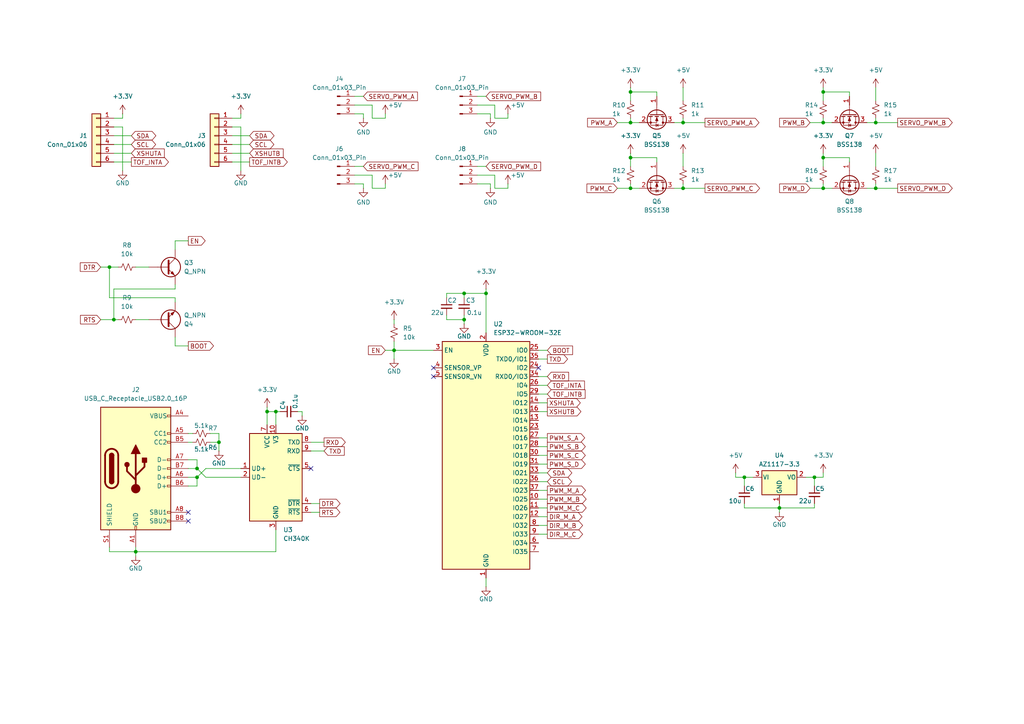
<source format=kicad_sch>
(kicad_sch (version 20250114) (generator "eeschema") (generator_version "9.0")
  (paper "A4")
  (lib_symbols
    (symbol "Connector:Conn_01x03_Pin" (pin_names (offset 1.016) (hide yes))
      (property "Reference" "J" (at 0 5.08 0))
      (property "Value" "Conn_01x03_Pin" (at 0 -5.08 0))
      (symbol "Conn_01x03_Pin_1_1"
        (rectangle (start 0.8636 2.667) (end 0 2.413) (stroke (width 0.1524)) (fill (type outline)))
        (rectangle (start 0.8636 0.127) (end 0 -0.127) (stroke (width 0.1524)) (fill (type outline)))
        (rectangle (start 0.8636 -2.413) (end 0 -2.667) (stroke (width 0.1524)) (fill (type outline)))
        (polyline (pts (xy 1.27 2.54) (xy 0.8636 2.54)) (stroke (width 0.1524)))
        (polyline (pts (xy 1.27 0) (xy 0.8636 0)) (stroke (width 0.1524)))
        (polyline (pts (xy 1.27 -2.54) (xy 0.8636 -2.54)) (stroke (width 0.1524)))
        (pin passive line (at 5.08 2.54 180) (length 3.81) (name "Pin_1") (number "1"))
        (pin passive line (at 5.08 0 180) (length 3.81) (name "Pin_2") (number "2"))
        (pin passive line (at 5.08 -2.54 180) (length 3.81) (name "Pin_3") (number "3"))
      )
    )
    (symbol "Connector:USB_C_Receptacle_USB2.0_16P" (pin_names (offset 1.016))
      (property "Reference" "J" (at 0 22.225 0))
      (property "Value" "USB_C_Receptacle_USB2.0_16P" (at 0 19.685 0))
      (symbol "USB_C_Receptacle_USB2.0_16P_0_0"
        (rectangle (start -0.254 -17.78) (end 0.254 -16.764))
        (rectangle (start 10.16 15.494) (end 9.144 14.986))
        (rectangle (start 10.16 10.414) (end 9.144 9.906))
        (rectangle (start 10.16 7.874) (end 9.144 7.366))
        (rectangle (start 10.16 2.794) (end 9.144 2.286))
        (rectangle (start 10.16 0.254) (end 9.144 -0.254))
        (rectangle (start 10.16 -2.286) (end 9.144 -2.794))
        (rectangle (start 10.16 -4.826) (end 9.144 -5.334))
        (rectangle (start 10.16 -12.446) (end 9.144 -12.954))
        (rectangle (start 10.16 -14.986) (end 9.144 -15.494))
      )
      (symbol "USB_C_Receptacle_USB2.0_16P_0_1"
        (rectangle (start -10.16 17.78) (end 10.16 -17.78) (stroke (width 0.254)) (fill (type background)))
        (polyline (pts (xy -8.89 -3.81) (xy -8.89 3.81)) (stroke (width 0.508)))
        (rectangle (start -7.62 -3.81) (end -6.35 3.81) (stroke (width 0.254)) (fill (type outline)))
        (arc (start -7.62 3.81) (mid -6.985 4.4423) (end -6.35 3.81) (stroke (width 0.254)))
        (arc (start -7.62 3.81) (mid -6.985 4.4423) (end -6.35 3.81) (stroke (width 0.254)) (fill (type outline)))
        (arc (start -8.89 3.81) (mid -6.985 5.7067) (end -5.08 3.81) (stroke (width 0.508)))
        (arc (start -5.08 -3.81) (mid -6.985 -5.7067) (end -8.89 -3.81) (stroke (width 0.508)))
        (arc (start -6.35 -3.81) (mid -6.985 -4.4423) (end -7.62 -3.81) (stroke (width 0.254)))
        (arc (start -6.35 -3.81) (mid -6.985 -4.4423) (end -7.62 -3.81) (stroke (width 0.254)) (fill (type outline)))
        (polyline (pts (xy -5.08 3.81) (xy -5.08 -3.81)) (stroke (width 0.508)))
        (circle (center -2.54 1.143) (radius 0.635) (stroke (width 0.254)) (fill (type outline)))
        (polyline (pts (xy -1.27 4.318) (xy 0 6.858) (xy 1.27 4.318) (xy -1.27 4.318)) (stroke (width 0.254)) (fill (type outline)))
        (polyline (pts (xy 0 -2.032) (xy 2.54 0.508) (xy 2.54 1.778)) (stroke (width 0.508)))
        (polyline (pts (xy 0 -3.302) (xy -2.54 -0.762) (xy -2.54 0.508)) (stroke (width 0.508)))
        (polyline (pts (xy 0 -5.842) (xy 0 4.318)) (stroke (width 0.508)))
        (circle (center 0 -5.842) (radius 1.27) (fill (type outline)))
        (rectangle (start 1.905 1.778) (end 3.175 3.048) (stroke (width 0.254)) (fill (type outline)))
      )
      (symbol "USB_C_Receptacle_USB2.0_16P_1_1"
        (pin passive line (at -7.62 -22.86 90) (length 5.08) (name "SHIELD") (number "S1"))
        (pin passive line (at 0 -22.86 90) (length 5.08) (name "GND") (number "A1"))
        (pin passive line (at 0 -22.86 90) (length 5.08) (hide yes) (name "GND") (number "A12"))
        (pin passive line (at 0 -22.86 90) (length 5.08) (hide yes) (name "GND") (number "B1"))
        (pin passive line (at 0 -22.86 90) (length 5.08) (hide yes) (name "GND") (number "B12"))
        (pin passive line (at 15.24 15.24 180) (length 5.08) (name "VBUS") (number "A4"))
        (pin passive line (at 15.24 15.24 180) (length 5.08) (hide yes) (name "VBUS") (number "A9"))
        (pin passive line (at 15.24 15.24 180) (length 5.08) (hide yes) (name "VBUS") (number "B4"))
        (pin passive line (at 15.24 15.24 180) (length 5.08) (hide yes) (name "VBUS") (number "B9"))
        (pin bidirectional line (at 15.24 10.16 180) (length 5.08) (name "CC1") (number "A5"))
        (pin bidirectional line (at 15.24 7.62 180) (length 5.08) (name "CC2") (number "B5"))
        (pin bidirectional line (at 15.24 2.54 180) (length 5.08) (name "D-") (number "A7"))
        (pin bidirectional line (at 15.24 0 180) (length 5.08) (name "D-") (number "B7"))
        (pin bidirectional line (at 15.24 -2.54 180) (length 5.08) (name "D+") (number "A6"))
        (pin bidirectional line (at 15.24 -5.08 180) (length 5.08) (name "D+") (number "B6"))
        (pin bidirectional line (at 15.24 -12.7 180) (length 5.08) (name "SBU1") (number "A8"))
        (pin bidirectional line (at 15.24 -15.24 180) (length 5.08) (name "SBU2") (number "B8"))
      )
    )
    (symbol "Connector_Generic:Conn_01x06" (pin_names (offset 1.016) (hide yes))
      (property "Reference" "J" (at 0 7.62 0))
      (property "Value" "Conn_01x06" (at 0 -10.16 0))
      (symbol "Conn_01x06_1_1"
        (rectangle (start -1.27 6.35) (end 1.27 -8.89) (stroke (width 0.254)) (fill (type background)))
        (rectangle (start -1.27 5.207) (end 0 4.953) (stroke (width 0.1524)))
        (rectangle (start -1.27 2.667) (end 0 2.413) (stroke (width 0.1524)))
        (rectangle (start -1.27 0.127) (end 0 -0.127) (stroke (width 0.1524)))
        (rectangle (start -1.27 -2.413) (end 0 -2.667) (stroke (width 0.1524)))
        (rectangle (start -1.27 -4.953) (end 0 -5.207) (stroke (width 0.1524)))
        (rectangle (start -1.27 -7.493) (end 0 -7.747) (stroke (width 0.1524)))
        (pin passive line (at -5.08 5.08 0) (length 3.81) (name "Pin_1") (number "1"))
        (pin passive line (at -5.08 2.54 0) (length 3.81) (name "Pin_2") (number "2"))
        (pin passive line (at -5.08 0 0) (length 3.81) (name "Pin_3") (number "3"))
        (pin passive line (at -5.08 -2.54 0) (length 3.81) (name "Pin_4") (number "4"))
        (pin passive line (at -5.08 -5.08 0) (length 3.81) (name "Pin_5") (number "5"))
        (pin passive line (at -5.08 -7.62 0) (length 3.81) (name "Pin_6") (number "6"))
      )
    )
    (symbol "Device:C_Small" (pin_numbers (hide yes)) (pin_names (offset 0.254) (hide yes))
      (property "Reference" "C" (at 0.254 1.778 0))
      (property "Value" "C_Small" (at 0.254 -2.032 0))
      (symbol "C_Small_0_1"
        (polyline (pts (xy -1.524 0.508) (xy 1.524 0.508)) (stroke (width 0.3048)))
        (polyline (pts (xy -1.524 -0.508) (xy 1.524 -0.508)) (stroke (width 0.3302)))
      )
      (symbol "C_Small_1_1"
        (pin passive line (at 0 2.54 270) (length 2.032) (name "~") (number "1"))
        (pin passive line (at 0 -2.54 90) (length 2.032) (name "~") (number "2"))
      )
    )
    (symbol "Device:Q_NPN" (pin_numbers (hide yes)) (pin_names (offset 0) (hide yes))
      (property "Reference" "Q" (at 5.08 1.27 0))
      (property "Value" "Q_NPN" (at 5.08 -1.27 0))
      (symbol "Q_NPN_0_1"
        (polyline (pts (xy -2.54 0) (xy 0.635 0)))
        (polyline (pts (xy 0.635 1.905) (xy 0.635 -1.905)) (stroke (width 0.508)))
        (polyline (pts (xy 0.635 0.635) (xy 2.54 2.54)))
        (polyline (pts (xy 0.635 -0.635) (xy 2.54 -2.54)))
        (circle (center 1.27 0) (radius 2.8194) (stroke (width 0.254)))
        (polyline (pts (xy 1.27 -1.778) (xy 1.778 -1.27) (xy 2.286 -2.286) (xy 1.27 -1.778)) (fill (type outline)))
      )
      (symbol "Q_NPN_1_1"
        (pin input line (at -5.08 0 0) (length 2.54) (name "B") (number "B"))
        (pin passive line (at 2.54 5.08 270) (length 2.54) (name "C") (number "C"))
        (pin passive line (at 2.54 -5.08 90) (length 2.54) (name "E") (number "E"))
      )
    )
    (symbol "Device:R_Small_US" (pin_numbers (hide yes)) (pin_names (offset 0.254) (hide yes))
      (property "Reference" "R" (at 0.762 0.508 0))
      (property "Value" "R_Small_US" (at 0.762 -1.016 0))
      (symbol "R_Small_US_1_1"
        (polyline (pts (xy 0 1.524) (xy 1.016 1.143) (xy 0 0.762) (xy -1.016 0.381) (xy 0 0)))
        (polyline (pts (xy 0 0) (xy 1.016 -0.381) (xy 0 -0.762) (xy -1.016 -1.143) (xy 0 -1.524)))
        (pin passive line (at 0 2.54 270) (length 1.016) (name "~") (number "1"))
        (pin passive line (at 0 -2.54 90) (length 1.016) (name "~") (number "2"))
      )
    )
    (symbol "Interface_USB:CH340K"
      (property "Reference" "U" (at -6.858 13.97 0))
      (property "Value" "CH340K" (at 1.27 13.97 0))
      (symbol "CH340K_0_1"
        (rectangle (start -7.62 12.7) (end 7.62 -12.7) (stroke (width 0.254)) (fill (type background)))
      )
      (symbol "CH340K_1_0"
        (pin passive line (at 0 -15.24 90) (length 2.54) (hide yes) (name "GND") (number "11"))
      )
      (symbol "CH340K_1_1"
        (pin bidirectional line (at -10.16 2.54 0) (length 2.54) (name "UD+") (number "1"))
        (pin bidirectional line (at -10.16 0 0) (length 2.54) (name "UD-") (number "2"))
        (pin power_in line (at -2.54 15.24 270) (length 2.54) (name "VCC") (number "7"))
        (pin passive line (at 0 15.24 270) (length 2.54) (name "V3") (number "10"))
        (pin power_in line (at 0 -15.24 90) (length 2.54) (name "GND") (number "3"))
        (pin output line (at 10.16 10.16 180) (length 2.54) (name "TXD") (number "8"))
        (pin input line (at 10.16 7.62 180) (length 2.54) (name "RXD") (number "9"))
        (pin input line (at 10.16 2.54 180) (length 2.54) (name "~{CTS}") (number "5"))
        (pin output line (at 10.16 -7.62 180) (length 2.54) (name "~{DTR}") (number "4"))
        (pin output line (at 10.16 -10.16 180) (length 2.54) (name "~{RTS}") (number "6"))
      )
    )
    (symbol "RF_Module:ESP32-WROOM-32E"
      (property "Reference" "U" (at -12.7 34.29 0))
      (property "Value" "ESP32-WROOM-32E" (at 1.27 34.29 0))
      (symbol "ESP32-WROOM-32E_0_1"
        (rectangle (start -12.7 33.02) (end 12.7 -33.02) (stroke (width 0.254)) (fill (type background)))
      )
      (symbol "ESP32-WROOM-32E_1_1"
        (pin input line (at -15.24 30.48 0) (length 2.54) (name "EN") (number "3"))
        (pin input line (at -15.24 25.4 0) (length 2.54) (name "SENSOR_VP") (number "4"))
        (pin input line (at -15.24 22.86 0) (length 2.54) (name "SENSOR_VN") (number "5"))
        (pin no_connect line (at -12.7 0 0) (length 2.54) (hide yes) (name "NC") (number "21"))
        (pin no_connect line (at -12.7 -2.54 0) (length 2.54) (hide yes) (name "NC") (number "22"))
        (pin no_connect line (at -12.7 -5.08 0) (length 2.54) (hide yes) (name "NC") (number "17"))
        (pin no_connect line (at -12.7 -7.62 0) (length 2.54) (hide yes) (name "NC") (number "18"))
        (pin no_connect line (at -12.7 -10.16 0) (length 2.54) (hide yes) (name "NC") (number "20"))
        (pin no_connect line (at -12.7 -12.7 0) (length 2.54) (hide yes) (name "NC") (number "19"))
        (pin no_connect line (at -12.7 -27.94 0) (length 2.54) (hide yes) (name "NC") (number "32"))
        (pin power_in line (at 0 35.56 270) (length 2.54) (name "VDD") (number "2"))
        (pin power_in line (at 0 -35.56 90) (length 2.54) (name "GND") (number "1"))
        (pin passive line (at 0 -35.56 90) (length 2.54) (hide yes) (name "GND") (number "15"))
        (pin passive line (at 0 -35.56 90) (length 2.54) (hide yes) (name "GND") (number "38"))
        (pin passive line (at 0 -35.56 90) (length 2.54) (hide yes) (name "GND") (number "39"))
        (pin bidirectional line (at 15.24 30.48 180) (length 2.54) (name "IO0") (number "25"))
        (pin bidirectional line (at 15.24 27.94 180) (length 2.54) (name "TXD0/IO1") (number "35"))
        (pin bidirectional line (at 15.24 25.4 180) (length 2.54) (name "IO2") (number "24"))
        (pin bidirectional line (at 15.24 22.86 180) (length 2.54) (name "RXD0/IO3") (number "34"))
        (pin bidirectional line (at 15.24 20.32 180) (length 2.54) (name "IO4") (number "26"))
        (pin bidirectional line (at 15.24 17.78 180) (length 2.54) (name "IO5") (number "29"))
        (pin bidirectional line (at 15.24 15.24 180) (length 2.54) (name "IO12") (number "14"))
        (pin bidirectional line (at 15.24 12.7 180) (length 2.54) (name "IO13") (number "16"))
        (pin bidirectional line (at 15.24 10.16 180) (length 2.54) (name "IO14") (number "13"))
        (pin bidirectional line (at 15.24 7.62 180) (length 2.54) (name "IO15") (number "23"))
        (pin bidirectional line (at 15.24 5.08 180) (length 2.54) (name "IO16") (number "27"))
        (pin bidirectional line (at 15.24 2.54 180) (length 2.54) (name "IO17") (number "28"))
        (pin bidirectional line (at 15.24 0 180) (length 2.54) (name "IO18") (number "30"))
        (pin bidirectional line (at 15.24 -2.54 180) (length 2.54) (name "IO19") (number "31"))
        (pin bidirectional line (at 15.24 -5.08 180) (length 2.54) (name "IO21") (number "33"))
        (pin bidirectional line (at 15.24 -7.62 180) (length 2.54) (name "IO22") (number "36"))
        (pin bidirectional line (at 15.24 -10.16 180) (length 2.54) (name "IO23") (number "37"))
        (pin bidirectional line (at 15.24 -12.7 180) (length 2.54) (name "IO25") (number "10"))
        (pin bidirectional line (at 15.24 -15.24 180) (length 2.54) (name "IO26") (number "11"))
        (pin bidirectional line (at 15.24 -17.78 180) (length 2.54) (name "IO27") (number "12"))
        (pin bidirectional line (at 15.24 -20.32 180) (length 2.54) (name "IO32") (number "8"))
        (pin bidirectional line (at 15.24 -22.86 180) (length 2.54) (name "IO33") (number "9"))
        (pin input line (at 15.24 -25.4 180) (length 2.54) (name "IO34") (number "6"))
        (pin input line (at 15.24 -27.94 180) (length 2.54) (name "IO35") (number "7"))
      )
    )
    (symbol "Regulator_Linear:AZ1117-3.3" (pin_names (offset 0.254))
      (property "Reference" "U" (at -3.81 3.175 0))
      (property "Value" "AZ1117-3.3" (at 0 3.175 0))
      (symbol "AZ1117-3.3_0_1"
        (rectangle (start -5.08 1.905) (end 5.08 -5.08) (stroke (width 0.254)) (fill (type background)))
      )
      (symbol "AZ1117-3.3_1_1"
        (pin power_in line (at -7.62 0 0) (length 2.54) (name "VI") (number "3"))
        (pin power_in line (at 0 -7.62 90) (length 2.54) (name "GND") (number "1"))
        (pin power_out line (at 7.62 0 180) (length 2.54) (name "VO") (number "2"))
      )
    )
    (symbol "Transistor_FET:BSS138" (pin_names (offset 0) (hide yes))
      (property "Reference" "Q" (at 5.08 1.905 0))
      (property "Value" "BSS138" (at 5.08 0 0))
      (symbol "BSS138_0_1"
        (polyline (pts (xy 0.254 1.905) (xy 0.254 -1.905)) (stroke (width 0.254)))
        (polyline (pts (xy 0.254 0) (xy -2.54 0)))
        (polyline (pts (xy 0.762 2.286) (xy 0.762 1.27)) (stroke (width 0.254)))
        (polyline (pts (xy 0.762 0.508) (xy 0.762 -0.508)) (stroke (width 0.254)))
        (polyline (pts (xy 0.762 -1.27) (xy 0.762 -2.286)) (stroke (width 0.254)))
        (polyline (pts (xy 0.762 -1.778) (xy 3.302 -1.778) (xy 3.302 1.778) (xy 0.762 1.778)))
        (polyline (pts (xy 1.016 0) (xy 2.032 0.381) (xy 2.032 -0.381) (xy 1.016 0)) (fill (type outline)))
        (circle (center 1.651 0) (radius 2.794) (stroke (width 0.254)))
        (polyline (pts (xy 2.54 2.54) (xy 2.54 1.778)))
        (circle (center 2.54 1.778) (radius 0.254) (fill (type outline)))
        (circle (center 2.54 -1.778) (radius 0.254) (fill (type outline)))
        (polyline (pts (xy 2.54 -2.54) (xy 2.54 0) (xy 0.762 0)))
        (polyline (pts (xy 2.921 0.381) (xy 3.683 0.381)))
        (polyline (pts (xy 3.302 0.381) (xy 2.921 -0.254) (xy 3.683 -0.254) (xy 3.302 0.381)))
      )
      (symbol "BSS138_1_1"
        (pin input line (at -5.08 0 0) (length 2.54) (name "G") (number "1"))
        (pin passive line (at 2.54 5.08 270) (length 2.54) (name "D") (number "3"))
        (pin passive line (at 2.54 -5.08 90) (length 2.54) (name "S") (number "2"))
      )
    )
    (symbol "power:+3.3V" (power) (pin_numbers (hide yes)) (pin_names (offset 0) (hide yes))
      (property "Value" "+3.3V" (at 0 3.556 0))
      (symbol "+3.3V_0_1"
        (polyline (pts (xy -0.762 1.27) (xy 0 2.54)))
        (polyline (pts (xy 0 2.54) (xy 0.762 1.27)))
        (polyline (pts (xy 0 0) (xy 0 2.54)))
      )
      (symbol "+3.3V_1_1"
        (pin power_in line (at 0 0 90) (length 0) (name "~") (number "1"))
      )
    )
    (symbol "power:+5V" (power) (pin_numbers (hide yes)) (pin_names (offset 0) (hide yes))
      (property "Value" "+5V" (at 0 3.556 0))
      (symbol "+5V_0_1"
        (polyline (pts (xy -0.762 1.27) (xy 0 2.54)))
        (polyline (pts (xy 0 2.54) (xy 0.762 1.27)))
        (polyline (pts (xy 0 0) (xy 0 2.54)))
      )
      (symbol "+5V_1_1"
        (pin power_in line (at 0 0 90) (length 0) (name "~") (number "1"))
      )
    )
    (symbol "power:GND" (power) (pin_numbers (hide yes)) (pin_names (offset 0) (hide yes))
      (property "Value" "GND" (at 0 -3.81 0))
      (symbol "GND_0_1"
        (polyline (pts (xy 0 0) (xy 0 -1.27) (xy 1.27 -1.27) (xy 0 -2.54) (xy -1.27 -1.27) (xy 0 -1.27)))
      )
      (symbol "GND_1_1"
        (pin power_in line (at 0 0 270) (length 0) (name "~") (number "1"))
      )
    )
  )
  (junction (at 238.76 54.61))
  (junction (at 63.5 128.27))
  (junction (at 215.9 138.43))
  (junction (at 33.02 92.71))
  (junction (at 57.15 138.43))
  (junction (at 182.88 26.67))
  (junction (at 182.88 54.61))
  (junction (at 77.47 119.38))
  (junction (at 134.62 85.09))
  (junction (at 198.12 35.56))
  (junction (at 182.88 35.56))
  (junction (at 31.75 77.47))
  (junction (at 134.62 92.71))
  (junction (at 236.22 138.43))
  (junction (at 238.76 45.72))
  (junction (at 198.12 54.61))
  (junction (at 39.37 160.02))
  (junction (at 238.76 26.67))
  (junction (at 226.06 147.32))
  (junction (at 182.88 45.72))
  (junction (at 254 35.56))
  (junction (at 57.15 135.89))
  (junction (at 114.3 101.6))
  (junction (at 80.01 119.38))
  (junction (at 238.76 35.56))
  (junction (at 254 54.61))
  (junction (at 140.97 85.09))
  (no_connect (at 54.61 148.59))
  (no_connect (at 54.61 151.13))
  (no_connect (at 125.73 109.22))
  (no_connect (at 125.73 106.68))
  (no_connect (at 156.21 106.68))
  (no_connect (at 90.17 135.89))
  (wire (pts (xy 39.37 160.02) (xy 39.37 161.29)))
  (wire (pts (xy 67.31 41.91) (xy 72.39 41.91)))
  (wire (pts (xy 33.02 39.37) (xy 38.1 39.37)))
  (wire (pts (xy 107.95 30.48) (xy 102.87 30.48)))
  (wire (pts (xy 254 25.4) (xy 254 29.21)))
  (wire (pts (xy 156.21 127) (xy 158.75 127)))
  (wire (pts (xy 67.31 46.99) (xy 72.39 46.99)))
  (wire (pts (xy 129.54 85.09) (xy 134.62 85.09)))
  (wire (pts (xy 147.32 54.61) (xy 147.32 53.34)))
  (wire (pts (xy 105.41 27.94) (xy 102.87 27.94)))
  (wire (pts (xy 39.37 92.71) (xy 43.18 92.71)))
  (wire (pts (xy 179.07 35.56) (xy 182.88 35.56)))
  (wire (pts (xy 102.87 48.26) (xy 105.41 48.26)))
  (wire (pts (xy 254 54.61) (xy 254 53.34)))
  (wire (pts (xy 198.12 35.56) (xy 204.47 35.56)))
  (wire (pts (xy 182.88 44.45) (xy 182.88 45.72)))
  (wire (pts (xy 236.22 146.05) (xy 236.22 147.32)))
  (wire (pts (xy 213.36 138.43) (xy 215.9 138.43)))
  (wire (pts (xy 54.61 138.43) (xy 57.15 138.43)))
  (wire (pts (xy 138.43 27.94) (xy 140.97 27.94)))
  (wire (pts (xy 60.96 125.73) (xy 63.5 125.73)))
  (wire (pts (xy 57.15 138.43) (xy 57.15 140.97)))
  (wire (pts (xy 156.21 142.24) (xy 158.75 142.24)))
  (wire (pts (xy 57.15 138.43) (xy 59.69 135.89)))
  (wire (pts (xy 129.54 92.71) (xy 129.54 91.44)))
  (wire (pts (xy 33.02 34.29) (xy 35.56 34.29)))
  (wire (pts (xy 198.12 35.56) (xy 195.58 35.56)))
  (wire (pts (xy 215.9 140.97) (xy 215.9 138.43)))
  (wire (pts (xy 107.95 34.29) (xy 107.95 30.48)))
  (wire (pts (xy 190.5 46.99) (xy 190.5 45.72)))
  (wire (pts (xy 179.07 54.61) (xy 182.88 54.61)))
  (wire (pts (xy 33.02 83.82) (xy 50.8 83.82)))
  (wire (pts (xy 90.17 146.05) (xy 92.71 146.05)))
  (wire (pts (xy 238.76 45.72) (xy 238.76 48.26)))
  (wire (pts (xy 67.31 36.83) (xy 69.85 36.83)))
  (wire (pts (xy 254 54.61) (xy 260.35 54.61)))
  (wire (pts (xy 50.8 87.63) (xy 50.8 86.36)))
  (wire (pts (xy 102.87 53.34) (xy 105.41 53.34)))
  (wire (pts (xy 182.88 34.29) (xy 182.88 35.56)))
  (wire (pts (xy 156.21 132.08) (xy 158.75 132.08)))
  (wire (pts (xy 246.38 45.72) (xy 238.76 45.72)))
  (wire (pts (xy 238.76 53.34) (xy 238.76 54.61)))
  (wire (pts (xy 156.21 152.4) (xy 158.75 152.4)))
  (wire (pts (xy 138.43 30.48) (xy 143.51 30.48)))
  (wire (pts (xy 80.01 160.02) (xy 80.01 153.67)))
  (wire (pts (xy 33.02 36.83) (xy 35.56 36.83)))
  (wire (pts (xy 50.8 83.82) (xy 50.8 82.55)))
  (wire (pts (xy 254 35.56) (xy 254 34.29)))
  (wire (pts (xy 33.02 44.45) (xy 38.1 44.45)))
  (wire (pts (xy 246.38 46.99) (xy 246.38 45.72)))
  (wire (pts (xy 198.12 35.56) (xy 198.12 34.29)))
  (wire (pts (xy 236.22 140.97) (xy 236.22 138.43)))
  (wire (pts (xy 39.37 77.47) (xy 43.18 77.47)))
  (wire (pts (xy 59.69 138.43) (xy 57.15 135.89)))
  (wire (pts (xy 226.06 146.05) (xy 226.06 147.32)))
  (wire (pts (xy 102.87 50.8) (xy 107.95 50.8)))
  (wire (pts (xy 63.5 125.73) (xy 63.5 128.27)))
  (wire (pts (xy 138.43 53.34) (xy 142.24 53.34)))
  (wire (pts (xy 50.8 97.79) (xy 50.8 100.33)))
  (wire (pts (xy 90.17 128.27) (xy 93.98 128.27)))
  (wire (pts (xy 31.75 160.02) (xy 39.37 160.02)))
  (wire (pts (xy 69.85 36.83) (xy 69.85 49.53)))
  (wire (pts (xy 182.88 35.56) (xy 185.42 35.56)))
  (wire (pts (xy 111.76 34.29) (xy 111.76 33.02)))
  (wire (pts (xy 50.8 86.36) (xy 31.75 86.36)))
  (wire (pts (xy 54.61 125.73) (xy 55.88 125.73)))
  (wire (pts (xy 156.21 137.16) (xy 158.75 137.16)))
  (wire (pts (xy 111.76 54.61) (xy 111.76 53.34)))
  (wire (pts (xy 198.12 25.4) (xy 198.12 29.21)))
  (wire (pts (xy 34.29 92.71) (xy 33.02 92.71)))
  (wire (pts (xy 190.5 26.67) (xy 182.88 26.67)))
  (wire (pts (xy 215.9 146.05) (xy 215.9 147.32)))
  (wire (pts (xy 142.24 53.34) (xy 142.24 54.61)))
  (wire (pts (xy 134.62 92.71) (xy 134.62 91.44)))
  (wire (pts (xy 31.75 86.36) (xy 31.75 77.47)))
  (wire (pts (xy 156.21 139.7) (xy 158.75 139.7)))
  (wire (pts (xy 254 54.61) (xy 251.46 54.61)))
  (wire (pts (xy 86.36 119.38) (xy 87.63 119.38)))
  (wire (pts (xy 33.02 92.71) (xy 33.02 83.82)))
  (wire (pts (xy 77.47 119.38) (xy 77.47 123.19)))
  (wire (pts (xy 215.9 147.32) (xy 226.06 147.32)))
  (wire (pts (xy 138.43 50.8) (xy 143.51 50.8)))
  (wire (pts (xy 129.54 92.71) (xy 134.62 92.71)))
  (wire (pts (xy 107.95 54.61) (xy 111.76 54.61)))
  (wire (pts (xy 198.12 54.61) (xy 198.12 53.34)))
  (wire (pts (xy 107.95 34.29) (xy 111.76 34.29)))
  (wire (pts (xy 143.51 54.61) (xy 147.32 54.61)))
  (wire (pts (xy 67.31 44.45) (xy 72.39 44.45)))
  (wire (pts (xy 156.21 144.78) (xy 158.75 144.78)))
  (wire (pts (xy 114.3 93.98) (xy 114.3 92.71)))
  (wire (pts (xy 77.47 119.38) (xy 80.01 119.38)))
  (wire (pts (xy 39.37 160.02) (xy 80.01 160.02)))
  (wire (pts (xy 138.43 33.02) (xy 142.24 33.02)))
  (wire (pts (xy 238.76 44.45) (xy 238.76 45.72)))
  (wire (pts (xy 134.62 92.71) (xy 134.62 93.98)))
  (wire (pts (xy 50.8 72.39) (xy 50.8 69.85)))
  (wire (pts (xy 234.95 35.56) (xy 238.76 35.56)))
  (wire (pts (xy 238.76 138.43) (xy 238.76 137.16)))
  (wire (pts (xy 138.43 48.26) (xy 140.97 48.26)))
  (wire (pts (xy 29.21 92.71) (xy 33.02 92.71)))
  (wire (pts (xy 254 44.45) (xy 254 48.26)))
  (wire (pts (xy 54.61 128.27) (xy 55.88 128.27)))
  (wire (pts (xy 198.12 54.61) (xy 195.58 54.61)))
  (wire (pts (xy 156.21 104.14) (xy 158.75 104.14)))
  (wire (pts (xy 143.51 34.29) (xy 147.32 34.29)))
  (wire (pts (xy 156.21 119.38) (xy 158.75 119.38)))
  (wire (pts (xy 57.15 140.97) (xy 54.61 140.97)))
  (wire (pts (xy 143.51 50.8) (xy 143.51 54.61)))
  (wire (pts (xy 33.02 46.99) (xy 38.1 46.99)))
  (wire (pts (xy 134.62 85.09) (xy 134.62 86.36)))
  (wire (pts (xy 105.41 33.02) (xy 105.41 34.29)))
  (wire (pts (xy 80.01 119.38) (xy 81.28 119.38)))
  (wire (pts (xy 246.38 27.94) (xy 246.38 26.67)))
  (wire (pts (xy 140.97 83.82) (xy 140.97 85.09)))
  (wire (pts (xy 238.76 26.67) (xy 238.76 29.21)))
  (wire (pts (xy 198.12 54.61) (xy 204.47 54.61)))
  (wire (pts (xy 134.62 85.09) (xy 140.97 85.09)))
  (wire (pts (xy 254 35.56) (xy 260.35 35.56)))
  (wire (pts (xy 77.47 118.11) (xy 77.47 119.38)))
  (wire (pts (xy 182.88 54.61) (xy 185.42 54.61)))
  (wire (pts (xy 59.69 135.89) (xy 69.85 135.89)))
  (wire (pts (xy 156.21 154.94) (xy 158.75 154.94)))
  (wire (pts (xy 140.97 167.64) (xy 140.97 170.18)))
  (wire (pts (xy 190.5 27.94) (xy 190.5 26.67)))
  (wire (pts (xy 90.17 130.81) (xy 93.98 130.81)))
  (wire (pts (xy 33.02 41.91) (xy 38.1 41.91)))
  (wire (pts (xy 90.17 148.59) (xy 92.71 148.59)))
  (wire (pts (xy 236.22 138.43) (xy 238.76 138.43)))
  (wire (pts (xy 234.95 54.61) (xy 238.76 54.61)))
  (wire (pts (xy 60.96 128.27) (xy 63.5 128.27)))
  (wire (pts (xy 156.21 149.86) (xy 158.75 149.86)))
  (wire (pts (xy 143.51 30.48) (xy 143.51 34.29)))
  (wire (pts (xy 87.63 119.38) (xy 87.63 120.65)))
  (wire (pts (xy 29.21 77.47) (xy 31.75 77.47)))
  (wire (pts (xy 226.06 147.32) (xy 226.06 148.59)))
  (wire (pts (xy 246.38 26.67) (xy 238.76 26.67)))
  (wire (pts (xy 69.85 34.29) (xy 69.85 33.02)))
  (wire (pts (xy 215.9 138.43) (xy 218.44 138.43)))
  (wire (pts (xy 35.56 36.83) (xy 35.56 49.53)))
  (wire (pts (xy 57.15 135.89) (xy 54.61 135.89)))
  (wire (pts (xy 182.88 53.34) (xy 182.88 54.61)))
  (wire (pts (xy 80.01 119.38) (xy 80.01 123.19)))
  (wire (pts (xy 156.21 109.22) (xy 158.75 109.22)))
  (wire (pts (xy 156.21 134.62) (xy 158.75 134.62)))
  (wire (pts (xy 198.12 44.45) (xy 198.12 48.26)))
  (wire (pts (xy 67.31 39.37) (xy 72.39 39.37)))
  (wire (pts (xy 107.95 50.8) (xy 107.95 54.61)))
  (wire (pts (xy 156.21 129.54) (xy 158.75 129.54)))
  (wire (pts (xy 238.76 35.56) (xy 241.3 35.56)))
  (wire (pts (xy 50.8 69.85) (xy 54.61 69.85)))
  (wire (pts (xy 31.75 77.47) (xy 34.29 77.47)))
  (wire (pts (xy 142.24 33.02) (xy 142.24 34.29)))
  (wire (pts (xy 238.76 25.4) (xy 238.76 26.67)))
  (wire (pts (xy 190.5 45.72) (xy 182.88 45.72)))
  (wire (pts (xy 182.88 45.72) (xy 182.88 48.26)))
  (wire (pts (xy 67.31 34.29) (xy 69.85 34.29)))
  (wire (pts (xy 102.87 33.02) (xy 105.41 33.02)))
  (wire (pts (xy 140.97 85.09) (xy 140.97 96.52)))
  (wire (pts (xy 238.76 34.29) (xy 238.76 35.56)))
  (wire (pts (xy 182.88 25.4) (xy 182.88 26.67)))
  (wire (pts (xy 114.3 101.6) (xy 114.3 99.06)))
  (wire (pts (xy 59.69 138.43) (xy 69.85 138.43)))
  (wire (pts (xy 35.56 34.29) (xy 35.56 33.02)))
  (wire (pts (xy 129.54 85.09) (xy 129.54 86.36)))
  (wire (pts (xy 182.88 26.67) (xy 182.88 29.21)))
  (wire (pts (xy 147.32 34.29) (xy 147.32 33.02)))
  (wire (pts (xy 233.68 138.43) (xy 236.22 138.43)))
  (wire (pts (xy 57.15 133.35) (xy 57.15 135.89)))
  (wire (pts (xy 156.21 114.3) (xy 158.75 114.3)))
  (wire (pts (xy 31.75 158.75) (xy 31.75 160.02)))
  (wire (pts (xy 114.3 101.6) (xy 114.3 104.14)))
  (wire (pts (xy 63.5 128.27) (xy 63.5 130.81)))
  (wire (pts (xy 254 35.56) (xy 251.46 35.56)))
  (wire (pts (xy 236.22 147.32) (xy 226.06 147.32)))
  (wire (pts (xy 50.8 100.33) (xy 54.61 100.33)))
  (wire (pts (xy 54.61 133.35) (xy 57.15 133.35)))
  (wire (pts (xy 156.21 111.76) (xy 158.75 111.76)))
  (wire (pts (xy 156.21 101.6) (xy 158.75 101.6)))
  (wire (pts (xy 114.3 101.6) (xy 125.73 101.6)))
  (wire (pts (xy 156.21 147.32) (xy 158.75 147.32)))
  (wire (pts (xy 111.76 101.6) (xy 114.3 101.6)))
  (wire (pts (xy 39.37 158.75) (xy 39.37 160.02)))
  (wire (pts (xy 213.36 137.16) (xy 213.36 138.43)))
  (wire (pts (xy 156.21 116.84) (xy 158.75 116.84)))
  (wire (pts (xy 105.41 53.34) (xy 105.41 54.61)))
  (wire (pts (xy 238.76 54.61) (xy 241.3 54.61)))
  (global_label "RTS" (shape input) (at 29.21 92.71 180) (property "Intersheetrefs" "${INTERSHEET_REFS}" (effects (hide yes))))
  (global_label "SDA" (shape bidirectional) (at 158.75 137.16 0) (property "Intersheetrefs" "${INTERSHEET_REFS}" (effects (hide yes))))
  (global_label "DTR" (shape output) (at 92.71 146.05 0) (property "Intersheetrefs" "${INTERSHEET_REFS}" (effects (hide yes))))
  (global_label "TOF_INTA" (shape input) (at 158.75 111.76 0) (property "Intersheetrefs" "${INTERSHEET_REFS}" (effects (hide yes))))
  (global_label "SCL" (shape bidirectional) (at 38.1 41.91 0) (property "Intersheetrefs" "${INTERSHEET_REFS}" (effects (hide yes))))
  (global_label "SDA" (shape bidirectional) (at 38.1 39.37 0) (property "Intersheetrefs" "${INTERSHEET_REFS}" (effects (hide yes))))
  (global_label "RXD" (shape output) (at 93.98 128.27 0) (property "Intersheetrefs" "${INTERSHEET_REFS}" (effects (hide yes))))
  (global_label "XSHUTA" (shape output) (at 158.75 116.84 0) (property "Intersheetrefs" "${INTERSHEET_REFS}" (effects (hide yes))))
  (global_label "SERVO_PWM_D" (shape output) (at 260.35 54.61 0) (property "Intersheetrefs" "${INTERSHEET_REFS}" (effects (hide yes))))
  (global_label "SERVO_PWM_C" (shape output) (at 204.47 54.61 0) (property "Intersheetrefs" "${INTERSHEET_REFS}" (effects (hide yes))))
  (global_label "PWM_B" (shape input) (at 234.95 35.56 180) (property "Intersheetrefs" "${INTERSHEET_REFS}" (effects (hide yes))))
  (global_label "SERVO_PWM_A" (shape output) (at 204.47 35.56 0) (property "Intersheetrefs" "${INTERSHEET_REFS}" (effects (hide yes))))
  (global_label "PWM_M_A" (shape output) (at 158.75 142.24 0) (property "Intersheetrefs" "${INTERSHEET_REFS}" (effects (hide yes))))
  (global_label "PWM_S_D" (shape output) (at 158.75 134.62 0) (property "Intersheetrefs" "${INTERSHEET_REFS}" (effects (hide yes))))
  (global_label "SERVO_PWM_A" (shape input) (at 105.41 27.94 0) (property "Intersheetrefs" "${INTERSHEET_REFS}" (effects (hide yes))))
  (global_label "XSHUTB" (shape output) (at 158.75 119.38 0) (property "Intersheetrefs" "${INTERSHEET_REFS}" (effects (hide yes))))
  (global_label "BOOT" (shape output) (at 54.61 100.33 0) (property "Intersheetrefs" "${INTERSHEET_REFS}" (effects (hide yes))))
  (global_label "BOOT" (shape input) (at 158.75 101.6 0) (property "Intersheetrefs" "${INTERSHEET_REFS}" (effects (hide yes))))
  (global_label "EN" (shape input) (at 111.76 101.6 180) (property "Intersheetrefs" "${INTERSHEET_REFS}" (effects (hide yes))))
  (global_label "TXD" (shape input) (at 93.98 130.81 0) (property "Intersheetrefs" "${INTERSHEET_REFS}" (effects (hide yes))))
  (global_label "SERVO_PWM_B" (shape input) (at 140.97 27.94 0) (property "Intersheetrefs" "${INTERSHEET_REFS}" (effects (hide yes))))
  (global_label "SCL" (shape bidirectional) (at 158.75 139.7 0) (property "Intersheetrefs" "${INTERSHEET_REFS}" (effects (hide yes))))
  (global_label "RTS" (shape output) (at 92.71 148.59 0) (property "Intersheetrefs" "${INTERSHEET_REFS}" (effects (hide yes))))
  (global_label "TXD" (shape output) (at 158.75 104.14 0) (property "Intersheetrefs" "${INTERSHEET_REFS}" (effects (hide yes))))
  (global_label "TOF_INTB" (shape input) (at 158.75 114.3 0) (property "Intersheetrefs" "${INTERSHEET_REFS}" (effects (hide yes))))
  (global_label "TOF_INTB" (shape output) (at 72.39 46.99 0) (property "Intersheetrefs" "${INTERSHEET_REFS}" (effects (hide yes))))
  (global_label "XSHUTA" (shape input) (at 38.1 44.45 0) (property "Intersheetrefs" "${INTERSHEET_REFS}" (effects (hide yes))))
  (global_label "PWM_A" (shape input) (at 179.07 35.56 180) (property "Intersheetrefs" "${INTERSHEET_REFS}" (effects (hide yes))))
  (global_label "PWM_S_A" (shape output) (at 158.75 127 0) (property "Intersheetrefs" "${INTERSHEET_REFS}" (effects (hide yes))))
  (global_label "PWM_D" (shape input) (at 234.95 54.61 180) (property "Intersheetrefs" "${INTERSHEET_REFS}" (effects (hide yes))))
  (global_label "SERVO_PWM_B" (shape output) (at 260.35 35.56 0) (property "Intersheetrefs" "${INTERSHEET_REFS}" (effects (hide yes))))
  (global_label "SERVO_PWM_D" (shape input) (at 140.97 48.26 0) (property "Intersheetrefs" "${INTERSHEET_REFS}" (effects (hide yes))))
  (global_label "PWM_S_B" (shape output) (at 158.75 129.54 0) (property "Intersheetrefs" "${INTERSHEET_REFS}" (effects (hide yes))))
  (global_label "XSHUTB" (shape input) (at 72.39 44.45 0) (property "Intersheetrefs" "${INTERSHEET_REFS}" (effects (hide yes))))
  (global_label "DIR_M_B" (shape output) (at 158.75 152.4 0) (property "Intersheetrefs" "${INTERSHEET_REFS}" (effects (hide yes))))
  (global_label "SDA" (shape bidirectional) (at 72.39 39.37 0) (property "Intersheetrefs" "${INTERSHEET_REFS}" (effects (hide yes))))
  (global_label "DIR_M_C" (shape output) (at 158.75 154.94 0) (property "Intersheetrefs" "${INTERSHEET_REFS}" (effects (hide yes))))
  (global_label "PWM_M_B" (shape output) (at 158.75 144.78 0) (property "Intersheetrefs" "${INTERSHEET_REFS}" (effects (hide yes))))
  (global_label "PWM_M_C" (shape output) (at 158.75 147.32 0) (property "Intersheetrefs" "${INTERSHEET_REFS}" (effects (hide yes))))
  (global_label "EN" (shape output) (at 54.61 69.85 0) (property "Intersheetrefs" "${INTERSHEET_REFS}" (effects (hide yes))))
  (global_label "SCL" (shape bidirectional) (at 72.39 41.91 0) (property "Intersheetrefs" "${INTERSHEET_REFS}" (effects (hide yes))))
  (global_label "PWM_S_C" (shape output) (at 158.75 132.08 0) (property "Intersheetrefs" "${INTERSHEET_REFS}" (effects (hide yes))))
  (global_label "TOF_INTA" (shape output) (at 38.1 46.99 0) (property "Intersheetrefs" "${INTERSHEET_REFS}" (effects (hide yes))))
  (global_label "DTR" (shape input) (at 29.21 77.47 180) (property "Intersheetrefs" "${INTERSHEET_REFS}" (effects (hide yes))))
  (global_label "DIR_M_A" (shape output) (at 158.75 149.86 0) (property "Intersheetrefs" "${INTERSHEET_REFS}" (effects (hide yes))))
  (global_label "RXD" (shape input) (at 158.75 109.22 0) (property "Intersheetrefs" "${INTERSHEET_REFS}" (effects (hide yes))))
  (global_label "PWM_C" (shape input) (at 179.07 54.61 180) (property "Intersheetrefs" "${INTERSHEET_REFS}" (effects (hide yes))))
  (global_label "SERVO_PWM_C" (shape input) (at 105.41 48.26 0) (property "Intersheetrefs" "${INTERSHEET_REFS}" (effects (hide yes))))
  (symbol (lib_id "power:+3.3V") (at 238.76 25.4 0) (unit 1)
    (property "Reference" "#PWR022" (effects (hide yes)))
    (property "Value" "+3.3V" (at 238.76 20.32 0))
    (property "Description" "Power symbol creates a global label with name \"+3.3V\"" (effects (hide yes)))
  )
  (symbol (lib_id "power:+3.3V") (at 238.76 137.16 0) (unit 1)
    (property "Reference" "#PWR030" (effects (hide yes)))
    (property "Value" "+3.3V" (at 238.76 132.08 0))
    (property "Description" "Power symbol creates a global label with name \"+3.3V\"" (effects (hide yes)))
  )
  (symbol (lib_id "power:GND") (at 140.97 170.18 0) (unit 1)
    (property "Reference" "#PWR01" (effects (hide yes)))
    (property "Value" "GND" (at 140.97 173.736 0))
    (property "Description" "Power symbol creates a global label with name \"GND\" , ground" (effects (hide yes)))
  )
  (symbol (lib_id "Device:R_Small_US") (at 254 50.8 0) (unit 1)
    (property "Reference" "R17" (at 256.286 49.53 0) (effects (justify left)))
    (property "Value" "1k" (at 256.286 52.07 0) (effects (justify left)))
    (property "Description" "Resistor, small US symbol" (effects (hide yes)))
  )
  (symbol (lib_id "Device:C_Small") (at 83.82 119.38 90) (unit 1)
    (property "Reference" "C4" (at 82.042 118.872 0) (effects (justify left)))
    (property "Value" "0.1u" (at 85.598 118.618 0) (effects (justify left)))
    (property "Footprint" "Capacitor_SMD:C_0603_1608Metric_Pad1.08x0.95mm_HandSolder" (effects (hide yes)))
    (property "Description" "Unpolarized capacitor, small symbol" (effects (hide yes)))
    (property "秋月URL" "https://akizukidenshi.com/catalog/g/g113374/" (effects (hide yes)))
  )
  (symbol (lib_id "Device:R_Small_US") (at 238.76 31.75 0) (unit 1)
    (property "Reference" "R14" (at 233.426 30.48 0) (effects (justify left)))
    (property "Value" "1k" (at 233.426 33.02 0) (effects (justify left)))
    (property "Description" "Resistor, small US symbol" (effects (hide yes)))
  )
  (symbol (lib_id "Device:R_Small_US") (at 36.83 92.71 90) (unit 1)
    (property "Reference" "R9" (at 36.83 86.36 90))
    (property "Value" "10k" (at 36.83 88.9 90))
    (property "Description" "Resistor, small US symbol" (effects (hide yes)))
  )
  (symbol (lib_id "power:+5V") (at 198.12 44.45 0) (unit 1)
    (property "Reference" "#PWR021" (effects (hide yes)))
    (property "Value" "+5V" (at 198.12 39.37 0))
    (property "Description" "Power symbol creates a global label with name \"+5V\"" (effects (hide yes)))
  )
  (symbol (lib_id "RF_Module:ESP32-WROOM-32E") (at 140.97 132.08 0) (unit 1)
    (property "Reference" "U2" (at 143.1133 93.98 0) (effects (justify left)))
    (property "Value" "ESP32-WROOM-32E" (at 143.1133 96.52 0) (effects (justify left)))
    (property "Footprint" "RF_Module:ESP32-WROOM-32D" (effects (hide yes)))
    (property "Datasheet" "https://www.espressif.com/sites/default/files/documentation/esp32-wroom-32e_esp32-wroom-32ue_datasheet_en.pdf" (effects (hide yes)))
    (property "Description" "RF Module, ESP32-D0WD-V3 SoC, without PSRAM, Wi-Fi 802.11b/g/n, Bluetooth, BLE, 32-bit, 2.7-3.6V, onboard antenna, SMD" (effects (hide yes)))
  )
  (symbol (lib_id "Device:C_Small") (at 215.9 143.51 0) (unit 1)
    (property "Reference" "C6" (at 216.154 141.732 0) (effects (justify left)))
    (property "Value" "10u" (at 211.328 145.288 0) (effects (justify left)))
    (property "Footprint" "Capacitor_SMD:C_0603_1608Metric_Pad1.08x0.95mm_HandSolder" (effects (hide yes)))
    (property "Datasheet" "https://ds.murata.co.jp/simsurfing/mlcc.html?partnumbers%25255B%25255D=GRM1882C1H182JA01&oripartnumbers=%5B%22GRM1882C1H182JA01%23%22%5D&graphop=mainall&focuspartnumberonlist=true&lcid=ja&partnumber=GRM188R6YA106MA73&md5=483cc44619aa41cb50cd71587655c53e" (effects (hide yes)))
    (property "Description" "Unpolarized capacitor, small symbol" (effects (hide yes)))
    (property "秋月URL" "http://akizukidenshi.com/catalog/g/g113161/" (effects (hide yes)))
  )
  (symbol (lib_id "power:+5V") (at 254 44.45 0) (unit 1)
    (property "Reference" "#PWR025" (effects (hide yes)))
    (property "Value" "+5V" (at 254 39.37 0))
    (property "Description" "Power symbol creates a global label with name \"+5V\"" (effects (hide yes)))
  )
  (symbol (lib_id "Device:R_Small_US") (at 58.42 125.73 90) (unit 1)
    (property "Reference" "R7" (at 61.722 124.206 90))
    (property "Value" "5.1k" (at 58.42 123.444 90))
    (property "Description" "Resistor, small US symbol" (effects (hide yes)))
  )
  (symbol (lib_id "power:+3.3V") (at 140.97 83.82 0) (unit 1)
    (property "Reference" "#PWR02" (effects (hide yes)))
    (property "Value" "+3.3V" (at 140.97 78.74 0))
    (property "Description" "Power symbol creates a global label with name \"+3.3V\"" (effects (hide yes)))
  )
  (symbol (lib_id "power:+3.3V") (at 77.47 118.11 0) (unit 1)
    (property "Reference" "#PWR09" (effects (hide yes)))
    (property "Value" "+3.3V" (at 77.47 113.03 0))
    (property "Description" "Power symbol creates a global label with name \"+3.3V\"" (effects (hide yes)))
  )
  (symbol (lib_id "power:+3.3V") (at 238.76 44.45 0) (unit 1)
    (property "Reference" "#PWR024" (effects (hide yes)))
    (property "Value" "+3.3V" (at 238.76 39.37 0))
    (property "Description" "Power symbol creates a global label with name \"+3.3V\"" (effects (hide yes)))
  )
  (symbol (lib_id "power:+3.3V") (at 69.85 33.02 0) (unit 1)
    (property "Reference" "#PWR013" (effects (hide yes)))
    (property "Value" "+3.3V" (at 69.85 27.94 0))
    (property "Description" "Power symbol creates a global label with name \"+3.3V\"" (effects (hide yes)))
  )
  (symbol (lib_id "Device:R_Small_US") (at 198.12 31.75 0) (unit 1)
    (property "Reference" "R11" (at 200.406 30.48 0) (effects (justify left)))
    (property "Value" "1k" (at 200.406 33.02 0) (effects (justify left)))
    (property "Description" "Resistor, small US symbol" (effects (hide yes)))
  )
  (symbol (lib_id "Connector_Generic:Conn_01x06") (at 27.94 39.37 0) (mirror y) (unit 1)
    (property "Reference" "J1" (at 25.4 39.3699 0) (effects (justify left)))
    (property "Value" "Conn_01x06" (at 25.4 41.9099 0) (effects (justify left)))
    (property "Footprint" "Connector_JST:JST_ZH_B6B-ZR_1x06_P1.50mm_Vertical" (effects (hide yes)))
    (property "Description" "Generic connector, single row, 01x06, script generated (kicad-library-utils/schlib/autogen/connector/)" (effects (hide yes)))
  )
  (symbol (lib_id "Device:C_Small") (at 134.62 88.9 0) (unit 1)
    (property "Reference" "C3" (at 135.128 87.122 0) (effects (justify left)))
    (property "Value" "0.1u" (at 135.382 90.678 0) (effects (justify left)))
    (property "Footprint" "Capacitor_SMD:C_0603_1608Metric_Pad1.08x0.95mm_HandSolder" (effects (hide yes)))
    (property "Description" "Unpolarized capacitor, small symbol" (effects (hide yes)))
    (property "秋月URL" "https://akizukidenshi.com/catalog/g/g113374/" (effects (hide yes)))
  )
  (symbol (lib_id "Device:R_Small_US") (at 182.88 50.8 0) (unit 1)
    (property "Reference" "R12" (at 177.546 49.53 0) (effects (justify left)))
    (property "Value" "1k" (at 177.546 52.07 0) (effects (justify left)))
    (property "Description" "Resistor, small US symbol" (effects (hide yes)))
  )
  (symbol (lib_id "power:+5V") (at 198.12 25.4 0) (unit 1)
    (property "Reference" "#PWR019" (effects (hide yes)))
    (property "Value" "+5V" (at 198.12 20.32 0))
    (property "Description" "Power symbol creates a global label with name \"+5V\"" (effects (hide yes)))
  )
  (symbol (lib_id "Transistor_FET:BSS138") (at 190.5 33.02 270) (unit 1)
    (property "Reference" "Q5" (at 190.5 39.37 90))
    (property "Value" "BSS138" (at 190.5 41.91 90))
    (property "Footprint" "Package_TO_SOT_SMD:SOT-23" (effects (hide yes)))
    (property "Datasheet" "https://www.onsemi.com/pub/Collateral/BSS138-D.PDF" (effects (hide yes)))
    (property "Description" "50V Vds, 0.22A Id, N-Channel MOSFET, SOT-23" (effects (hide yes)))
  )
  (symbol (lib_id "Device:Q_NPN") (at 48.26 77.47 0) (unit 1)
    (property "Reference" "Q3" (at 53.34 76.1999 0) (effects (justify left)))
    (property "Value" "Q_NPN" (at 53.34 78.7399 0) (effects (justify left)))
    (property "Footprint" "Package_TO_SOT_SMD:SOT-23" (effects (hide yes)))
    (property "Datasheet" "https://akizukidenshi.com/goodsaffix/2SC3325_ja_datasheet_071101.pdf" (effects (hide yes)))
    (property "Description" "NPN bipolar junction transistor" (effects (hide yes)))
  )
  (symbol (lib_id "power:+3.3V") (at 35.56 33.02 0) (unit 1)
    (property "Reference" "#PWR011" (effects (hide yes)))
    (property "Value" "+3.3V" (at 35.56 27.94 0))
    (property "Description" "Power symbol creates a global label with name \"+3.3V\"" (effects (hide yes)))
  )
  (symbol (lib_id "power:GND") (at 114.3 104.14 0) (unit 1)
    (property "Reference" "#PWR05" (effects (hide yes)))
    (property "Value" "GND" (at 114.3 107.696 0))
    (property "Description" "Power symbol creates a global label with name \"GND\" , ground" (effects (hide yes)))
  )
  (symbol (lib_id "Device:Q_NPN") (at 48.26 92.71 0) (mirror x) (unit 1)
    (property "Reference" "Q4" (at 53.34 93.9801 0) (effects (justify left)))
    (property "Value" "Q_NPN" (at 53.34 91.4401 0) (effects (justify left)))
    (property "Footprint" "Package_TO_SOT_SMD:SOT-23" (effects (hide yes)))
    (property "Datasheet" "https://akizukidenshi.com/goodsaffix/2SC3325_ja_datasheet_071101.pdf" (effects (hide yes)))
    (property "Description" "NPN bipolar junction transistor" (effects (hide yes)))
  )
  (symbol (lib_id "power:GND") (at 35.56 49.53 0) (unit 1)
    (property "Reference" "#PWR012" (effects (hide yes)))
    (property "Value" "GND" (at 35.56 53.086 0))
    (property "Description" "Power symbol creates a global label with name \"GND\" , ground" (effects (hide yes)))
  )
  (symbol (lib_id "power:+5V") (at 213.36 137.16 0) (unit 1)
    (property "Reference" "#PWR032" (effects (hide yes)))
    (property "Value" "+5V" (at 213.36 132.08 0))
    (property "Description" "Power symbol creates a global label with name \"+5V\"" (effects (hide yes)))
  )
  (symbol (lib_id "Interface_USB:CH340K") (at 80.01 138.43 0) (unit 1)
    (property "Reference" "U3" (at 82.1533 153.67 0) (effects (justify left)))
    (property "Value" "CH340K" (at 82.1533 156.21 0) (effects (justify left)))
    (property "Footprint" "Package_SO:SSOP-10-1EP_3.9x4.9mm_P1mm_EP2.1x3.3mm" (effects (hide yes)))
    (property "Datasheet" "https://cdn.sparkfun.com/assets/5/0/a/8/5/CH340DS1.PDF" (effects (hide yes)))
    (property "Description" "USB serial converter, UART, SSOP-10" (effects (hide yes)))
  )
  (symbol (lib_id "power:+3.3V") (at 182.88 25.4 0) (unit 1)
    (property "Reference" "#PWR020" (effects (hide yes)))
    (property "Value" "+3.3V" (at 182.88 20.32 0))
    (property "Description" "Power symbol creates a global label with name \"+3.3V\"" (effects (hide yes)))
  )
  (symbol (lib_id "Connector_Generic:Conn_01x06") (at 62.23 39.37 0) (mirror y) (unit 1)
    (property "Reference" "J3" (at 59.69 39.3699 0) (effects (justify left)))
    (property "Value" "Conn_01x06" (at 59.69 41.9099 0) (effects (justify left)))
    (property "Footprint" "Connector_JST:JST_ZH_B6B-ZR_1x06_P1.50mm_Vertical" (effects (hide yes)))
    (property "Description" "Generic connector, single row, 01x06, script generated (kicad-library-utils/schlib/autogen/connector/)" (effects (hide yes)))
  )
  (symbol (lib_id "Device:R_Small_US") (at 238.76 50.8 0) (unit 1)
    (property "Reference" "R16" (at 233.426 49.53 0) (effects (justify left)))
    (property "Value" "1k" (at 233.426 52.07 0) (effects (justify left)))
    (property "Description" "Resistor, small US symbol" (effects (hide yes)))
  )
  (symbol (lib_id "power:+5V") (at 147.32 33.02 0) (unit 1)
    (property "Reference" "#PWR028" (effects (hide yes)))
    (property "Value" "+5V" (at 150.114 30.48 0))
    (property "Description" "Power symbol creates a global label with name \"+5V\"" (effects (hide yes)))
  )
  (symbol (lib_id "power:GND") (at 39.37 161.29 0) (unit 1)
    (property "Reference" "#PWR07" (effects (hide yes)))
    (property "Value" "GND" (at 39.37 164.846 0))
    (property "Description" "Power symbol creates a global label with name \"GND\" , ground" (effects (hide yes)))
  )
  (symbol (lib_id "Device:R_Small_US") (at 254 31.75 0) (unit 1)
    (property "Reference" "R15" (at 256.286 30.48 0) (effects (justify left)))
    (property "Value" "1k" (at 256.286 33.02 0) (effects (justify left)))
    (property "Description" "Resistor, small US symbol" (effects (hide yes)))
  )
  (symbol (lib_id "Connector:Conn_01x03_Pin") (at 97.79 30.48 0) (unit 1)
    (property "Reference" "J4" (at 98.425 22.86 0))
    (property "Value" "Conn_01x03_Pin" (at 98.425 25.4 0))
    (property "Description" "Generic connector, single row, 01x03, script generated" (effects (hide yes)))
  )
  (symbol (lib_id "Connector:Conn_01x03_Pin") (at 133.35 50.8 0) (unit 1)
    (property "Reference" "J8" (at 133.985 43.18 0))
    (property "Value" "Conn_01x03_Pin" (at 133.985 45.72 0))
    (property "Description" "Generic connector, single row, 01x03, script generated" (effects (hide yes)))
  )
  (symbol (lib_id "power:GND") (at 142.24 34.29 0) (unit 1)
    (property "Reference" "#PWR017" (effects (hide yes)))
    (property "Value" "GND" (at 142.24 38.354 0))
    (property "Description" "Power symbol creates a global label with name \"GND\" , ground" (effects (hide yes)))
  )
  (symbol (lib_id "Device:R_Small_US") (at 114.3 96.52 0) (unit 1)
    (property "Reference" "R5" (at 116.84 95.2499 0) (effects (justify left)))
    (property "Value" "10k" (at 116.84 97.7899 0) (effects (justify left)))
    (property "Description" "Resistor, small US symbol" (effects (hide yes)))
  )
  (symbol (lib_id "power:+5V") (at 111.76 53.34 0) (unit 1)
    (property "Reference" "#PWR027" (effects (hide yes)))
    (property "Value" "+5V" (at 114.554 50.8 0))
    (property "Description" "Power symbol creates a global label with name \"+5V\"" (effects (hide yes)))
  )
  (symbol (lib_id "power:GND") (at 69.85 49.53 0) (unit 1)
    (property "Reference" "#PWR014" (effects (hide yes)))
    (property "Value" "GND" (at 69.85 53.086 0))
    (property "Description" "Power symbol creates a global label with name \"GND\" , ground" (effects (hide yes)))
  )
  (symbol (lib_id "power:+5V") (at 254 25.4 0) (unit 1)
    (property "Reference" "#PWR023" (effects (hide yes)))
    (property "Value" "+5V" (at 254 20.32 0))
    (property "Description" "Power symbol creates a global label with name \"+5V\"" (effects (hide yes)))
  )
  (symbol (lib_id "Connector:Conn_01x03_Pin") (at 133.35 30.48 0) (unit 1)
    (property "Reference" "J7" (at 133.985 22.86 0))
    (property "Value" "Conn_01x03_Pin" (at 133.985 25.4 0))
    (property "Description" "Generic connector, single row, 01x03, script generated" (effects (hide yes)))
  )
  (symbol (lib_id "Connector:Conn_01x03_Pin") (at 97.79 50.8 0) (unit 1)
    (property "Reference" "J6" (at 98.425 43.18 0))
    (property "Value" "Conn_01x03_Pin" (at 98.425 45.72 0))
    (property "Description" "Generic connector, single row, 01x03, script generated" (effects (hide yes)))
  )
  (symbol (lib_id "power:+5V") (at 147.32 53.34 0) (unit 1)
    (property "Reference" "#PWR029" (effects (hide yes)))
    (property "Value" "+5V" (at 150.114 50.8 0))
    (property "Description" "Power symbol creates a global label with name \"+5V\"" (effects (hide yes)))
  )
  (symbol (lib_id "Device:R_Small_US") (at 36.83 77.47 90) (unit 1)
    (property "Reference" "R8" (at 36.83 71.12 90))
    (property "Value" "10k" (at 36.83 73.66 90))
    (property "Description" "Resistor, small US symbol" (effects (hide yes)))
  )
  (symbol (lib_id "power:GND") (at 134.62 93.98 0) (unit 1)
    (property "Reference" "#PWR03" (effects (hide yes)))
    (property "Value" "GND" (at 134.62 97.536 0))
    (property "Description" "Power symbol creates a global label with name \"GND\" , ground" (effects (hide yes)))
  )
  (symbol (lib_id "Transistor_FET:BSS138") (at 246.38 52.07 270) (unit 1)
    (property "Reference" "Q8" (at 246.38 58.42 90))
    (property "Value" "BSS138" (at 246.38 60.96 90))
    (property "Footprint" "Package_TO_SOT_SMD:SOT-23" (effects (hide yes)))
    (property "Datasheet" "https://www.onsemi.com/pub/Collateral/BSS138-D.PDF" (effects (hide yes)))
    (property "Description" "50V Vds, 0.22A Id, N-Channel MOSFET, SOT-23" (effects (hide yes)))
  )
  (symbol (lib_id "power:GND") (at 63.5 130.81 0) (unit 1)
    (property "Reference" "#PWR06" (effects (hide yes)))
    (property "Value" "GND" (at 63.5 134.366 0))
    (property "Description" "Power symbol creates a global label with name \"GND\" , ground" (effects (hide yes)))
  )
  (symbol (lib_id "Device:R_Small_US") (at 182.88 31.75 0) (unit 1)
    (property "Reference" "R10" (at 177.546 30.48 0) (effects (justify left)))
    (property "Value" "1k" (at 177.546 33.02 0) (effects (justify left)))
    (property "Description" "Resistor, small US symbol" (effects (hide yes)))
  )
  (symbol (lib_id "power:GND") (at 105.41 34.29 0) (unit 1)
    (property "Reference" "#PWR015" (effects (hide yes)))
    (property "Value" "GND" (at 105.41 38.354 0))
    (property "Description" "Power symbol creates a global label with name \"GND\" , ground" (effects (hide yes)))
  )
  (symbol (lib_id "power:GND") (at 142.24 54.61 0) (unit 1)
    (property "Reference" "#PWR018" (effects (hide yes)))
    (property "Value" "GND" (at 142.24 58.674 0))
    (property "Description" "Power symbol creates a global label with name \"GND\" , ground" (effects (hide yes)))
  )
  (symbol (lib_id "Device:R_Small_US") (at 198.12 50.8 0) (unit 1)
    (property "Reference" "R13" (at 200.406 49.53 0) (effects (justify left)))
    (property "Value" "1k" (at 200.406 52.07 0) (effects (justify left)))
    (property "Description" "Resistor, small US symbol" (effects (hide yes)))
  )
  (symbol (lib_id "Device:C_Small") (at 129.54 88.9 0) (unit 1)
    (property "Reference" "C2" (at 129.794 87.122 0) (effects (justify left)))
    (property "Value" "22u" (at 124.968 90.678 0) (effects (justify left)))
    (property "Footprint" "Capacitor_SMD:C_0603_1608Metric_Pad1.08x0.95mm_HandSolder" (effects (hide yes)))
    (property "Datasheet" "https://ds.murata.co.jp/simsurfing/mlcc.html?partnumbers%255B%255D=GRM1882C1H182JA01&oripartnumbers=%5B%22GRM1882C1H182JA01%23%22%5D&graphop=mainall&focuspartnumberonlist=true&lcid=ja&partnumber=GRM188R61A226ME&md5=483cc44619aa41cb50cd71587655c53e" (effects (hide yes)))
    (property "Description" "Unpolarized capacitor, small symbol" (effects (hide yes)))
    (property "秋月URL" "https://akizukidenshi.com/catalog/g/g107922/" (effects (hide yes)))
  )
  (symbol (lib_id "Device:C_Small") (at 236.22 143.51 0) (unit 1)
    (property "Reference" "C5" (at 236.474 141.732 0) (effects (justify left)))
    (property "Value" "22u" (at 231.648 145.288 0) (effects (justify left)))
    (property "Footprint" "Capacitor_SMD:C_0603_1608Metric_Pad1.08x0.95mm_HandSolder" (effects (hide yes)))
    (property "Datasheet" "https://ds.murata.co.jp/simsurfing/mlcc.html?partnumbers%255B%255D=GRM1882C1H182JA01&oripartnumbers=%5B%22GRM1882C1H182JA01%23%22%5D&graphop=mainall&focuspartnumberonlist=true&lcid=ja&partnumber=GRM188R61A226ME&md5=483cc44619aa41cb50cd71587655c53e" (effects (hide yes)))
    (property "Description" "Unpolarized capacitor, small symbol" (effects (hide yes)))
    (property "秋月URL" "https://akizukidenshi.com/catalog/g/g107922/" (effects (hide yes)))
  )
  (symbol (lib_id "Regulator_Linear:AZ1117-3.3") (at 226.06 138.43 0) (unit 1)
    (property "Reference" "U4" (at 226.06 132.08 0))
    (property "Value" "AZ1117-3.3" (at 226.06 134.62 0))
    (property "Footprint" "Package_TO_SOT_SMD:SOT-223" (effects (hide yes)))
    (property "Datasheet" "https://www.diodes.com/assets/Datasheets/AZ1117.pdf" (effects (hide yes)))
    (property "Description" "1A 20V Fixed LDO Linear Regulator, 3.3V, SOT-89/SOT-223/TO-220/TO-252/TO-263" (effects (hide yes)))
  )
  (symbol (lib_id "Transistor_FET:BSS138") (at 246.38 33.02 270) (unit 1)
    (property "Reference" "Q7" (at 246.38 39.37 90))
    (property "Value" "BSS138" (at 246.38 41.91 90))
    (property "Footprint" "Package_TO_SOT_SMD:SOT-23" (effects (hide yes)))
    (property "Datasheet" "https://www.onsemi.com/pub/Collateral/BSS138-D.PDF" (effects (hide yes)))
    (property "Description" "50V Vds, 0.22A Id, N-Channel MOSFET, SOT-23" (effects (hide yes)))
  )
  (symbol (lib_id "power:GND") (at 105.41 54.61 0) (unit 1)
    (property "Reference" "#PWR016" (effects (hide yes)))
    (property "Value" "GND" (at 105.41 58.674 0))
    (property "Description" "Power symbol creates a global label with name \"GND\" , ground" (effects (hide yes)))
  )
  (symbol (lib_id "power:GND") (at 87.63 120.65 0) (unit 1)
    (property "Reference" "#PWR010" (effects (hide yes)))
    (property "Value" "GND" (at 87.63 124.206 0))
    (property "Description" "Power symbol creates a global label with name \"GND\" , ground" (effects (hide yes)))
  )
  (symbol (lib_id "Device:R_Small_US") (at 58.42 128.27 90) (unit 1)
    (property "Reference" "R6" (at 61.722 129.794 90))
    (property "Value" "5.1k" (at 58.42 130.302 90))
    (property "Description" "Resistor, small US symbol" (effects (hide yes)))
  )
  (symbol (lib_id "power:+3.3V") (at 182.88 44.45 0) (unit 1)
    (property "Reference" "#PWR08" (effects (hide yes)))
    (property "Value" "+3.3V" (at 182.88 39.37 0))
    (property "Description" "Power symbol creates a global label with name \"+3.3V\"" (effects (hide yes)))
  )
  (symbol (lib_id "Connector:USB_C_Receptacle_USB2.0_16P") (at 39.37 135.89 0) (unit 1)
    (property "Reference" "J2" (at 39.37 113.03 0))
    (property "Value" "USB_C_Receptacle_USB2.0_16P" (at 39.37 115.57 0))
    (property "Datasheet" "https://www.usb.org/sites/default/files/documents/usb_type-c.zip" (effects (hide yes)))
    (property "Description" "USB 2.0-only 16P Type-C Receptacle connector" (effects (hide yes)))
  )
  (symbol (lib_id "power:+3.3V") (at 114.3 92.71 0) (unit 1)
    (property "Reference" "#PWR04" (effects (hide yes)))
    (property "Value" "+3.3V" (at 114.3 87.63 0))
    (property "Description" "Power symbol creates a global label with name \"+3.3V\"" (effects (hide yes)))
  )
  (symbol (lib_id "Transistor_FET:BSS138") (at 190.5 52.07 270) (unit 1)
    (property "Reference" "Q6" (at 190.5 58.42 90))
    (property "Value" "BSS138" (at 190.5 60.96 90))
    (property "Footprint" "Package_TO_SOT_SMD:SOT-23" (effects (hide yes)))
    (property "Datasheet" "https://www.onsemi.com/pub/Collateral/BSS138-D.PDF" (effects (hide yes)))
    (property "Description" "50V Vds, 0.22A Id, N-Channel MOSFET, SOT-23" (effects (hide yes)))
  )
  (symbol (lib_id "power:GND") (at 226.06 148.59 0) (unit 1)
    (property "Reference" "#PWR031" (effects (hide yes)))
    (property "Value" "GND" (at 226.06 152.146 0))
    (property "Description" "Power symbol creates a global label with name \"GND\" , ground" (effects (hide yes)))
  )
  (symbol (lib_id "power:+5V") (at 111.76 33.02 0) (unit 1)
    (property "Reference" "#PWR026" (effects (hide yes)))
    (property "Value" "+5V" (at 114.554 30.48 0))
    (property "Description" "Power symbol creates a global label with name \"+5V\"" (effects (hide yes)))
  )
)
</source>
